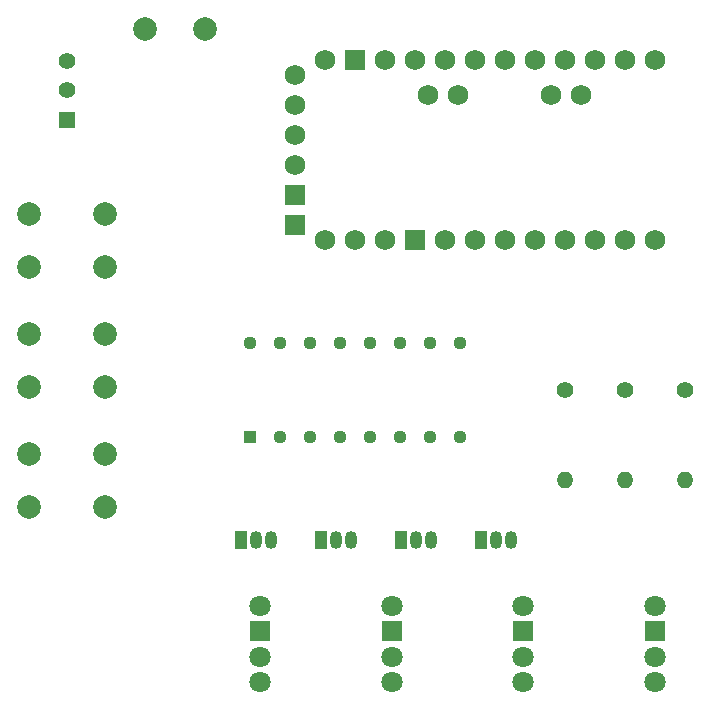
<source format=gbr>
%TF.GenerationSoftware,KiCad,Pcbnew,(6.0.11)*%
%TF.CreationDate,2023-02-01T23:46:18-08:00*%
%TF.ProjectId,ath,6174682e-6b69-4636-9164-5f7063625858,Original*%
%TF.SameCoordinates,Original*%
%TF.FileFunction,Soldermask,Top*%
%TF.FilePolarity,Negative*%
%FSLAX46Y46*%
G04 Gerber Fmt 4.6, Leading zero omitted, Abs format (unit mm)*
G04 Created by KiCad (PCBNEW (6.0.11)) date 2023-02-01 23:46:18*
%MOMM*%
%LPD*%
G01*
G04 APERTURE LIST*
%ADD10C,1.400000*%
%ADD11O,1.400000X1.400000*%
%ADD12R,1.130000X1.130000*%
%ADD13C,1.130000*%
%ADD14R,1.050000X1.500000*%
%ADD15O,1.050000X1.500000*%
%ADD16C,1.800000*%
%ADD17R,1.800000X1.800000*%
%ADD18C,2.000000*%
%ADD19R,1.408000X1.408000*%
%ADD20C,1.408000*%
%ADD21C,1.727200*%
%ADD22R,1.727200X1.727200*%
G04 APERTURE END LIST*
D10*
%TO.C,R2*%
X187960000Y-66040000D03*
D11*
X187960000Y-73660000D03*
%TD*%
D12*
%TO.C,IC0*%
X151130000Y-70010000D03*
D13*
X153670000Y-70010000D03*
X156210000Y-70010000D03*
X158750000Y-70010000D03*
X161290000Y-70010000D03*
X163830000Y-70010000D03*
X166370000Y-70010000D03*
X168910000Y-70010000D03*
X168910000Y-62070000D03*
X166370000Y-62070000D03*
X163830000Y-62070000D03*
X161290000Y-62070000D03*
X158750000Y-62070000D03*
X156210000Y-62070000D03*
X153670000Y-62070000D03*
X151130000Y-62070000D03*
%TD*%
D14*
%TO.C,T3*%
X170712712Y-78740000D03*
D15*
X171982712Y-78740000D03*
X173252712Y-78740000D03*
%TD*%
D14*
%TO.C,T1*%
X157166045Y-78740000D03*
D15*
X158436045Y-78740000D03*
X159706045Y-78740000D03*
%TD*%
D16*
%TO.C,D2*%
X174286666Y-84306500D03*
D17*
X174286666Y-86465500D03*
D16*
X174286666Y-88624500D03*
X174286666Y-90783500D03*
%TD*%
D18*
%TO.C,PWR-0*%
X142240000Y-35420000D03*
%TD*%
D14*
%TO.C,T2*%
X163939378Y-78740000D03*
D15*
X165209378Y-78740000D03*
X166479378Y-78740000D03*
%TD*%
D19*
%TO.C,PSW0*%
X135668872Y-43140000D03*
D20*
X135668872Y-40640000D03*
X135668872Y-38140000D03*
%TD*%
D18*
%TO.C,SW2*%
X138918872Y-71410000D03*
X132418872Y-71410000D03*
X138918872Y-75910000D03*
X132418872Y-75910000D03*
%TD*%
D16*
%TO.C,D0*%
X152020000Y-84306500D03*
D17*
X152020000Y-86465500D03*
D16*
X152020000Y-88624500D03*
X152020000Y-90783500D03*
%TD*%
D18*
%TO.C,SW1*%
X138918872Y-61250000D03*
X132418872Y-61250000D03*
X138918872Y-65750000D03*
X132418872Y-65750000D03*
%TD*%
D16*
%TO.C,D1*%
X163153333Y-84306500D03*
D17*
X163153333Y-86465500D03*
D16*
X163153333Y-88624500D03*
X163153333Y-90783500D03*
%TD*%
D18*
%TO.C,SW0*%
X132418872Y-51090000D03*
X138918872Y-51090000D03*
X132418872Y-55590000D03*
X138918872Y-55590000D03*
%TD*%
D21*
%TO.C,CTRL0*%
X175260000Y-38100000D03*
X172720000Y-38100000D03*
X170180000Y-38100000D03*
X167640000Y-38100000D03*
X168790600Y-41025900D03*
X166250600Y-41025900D03*
X179204600Y-41025900D03*
X176664000Y-41025900D03*
X160020000Y-53340000D03*
X157480000Y-53340000D03*
X167640000Y-53340000D03*
X170180000Y-53340000D03*
X172720000Y-53340000D03*
X175260000Y-53340000D03*
X177800000Y-53340000D03*
X180340000Y-53340000D03*
X182880000Y-53340000D03*
X185420000Y-53340000D03*
X185420000Y-38100000D03*
X182880000Y-38100000D03*
X180340000Y-38100000D03*
X177800000Y-38100000D03*
X154940000Y-39370000D03*
D22*
X165100000Y-53340000D03*
X160020000Y-38100000D03*
X154940000Y-49530000D03*
X154940000Y-52070000D03*
D21*
X157480000Y-38100000D03*
X162560000Y-53340000D03*
X162560000Y-38100000D03*
X154940000Y-44450000D03*
X154940000Y-41910000D03*
X165100000Y-38100000D03*
X154940000Y-46990000D03*
%TD*%
D18*
%TO.C,PWR+0*%
X147320000Y-35420000D03*
%TD*%
D16*
%TO.C,D3*%
X185420000Y-84306500D03*
D17*
X185420000Y-86465500D03*
D16*
X185420000Y-88624500D03*
X185420000Y-90783500D03*
%TD*%
D10*
%TO.C,R0*%
X177800000Y-66040000D03*
D11*
X177800000Y-73660000D03*
%TD*%
D14*
%TO.C,T0*%
X150392712Y-78740000D03*
D15*
X151662712Y-78740000D03*
X152932712Y-78740000D03*
%TD*%
D10*
%TO.C,R1*%
X182880000Y-66040000D03*
D11*
X182880000Y-73660000D03*
%TD*%
M02*

</source>
